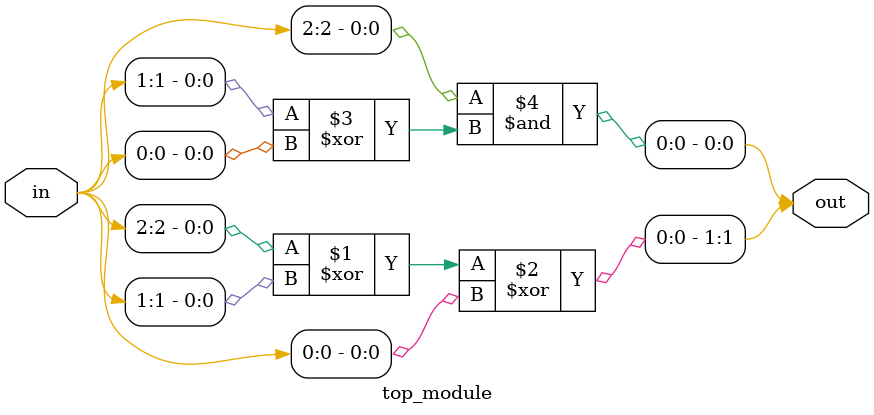
<source format=sv>
module top_module (
	input [2:0] in,
	output [1:0] out
);
	assign out[1] = in[2] ^ in[1] ^ in[0];
	assign out[0] = in[2] & (in[1] ^ in[0]);
endmodule

</source>
